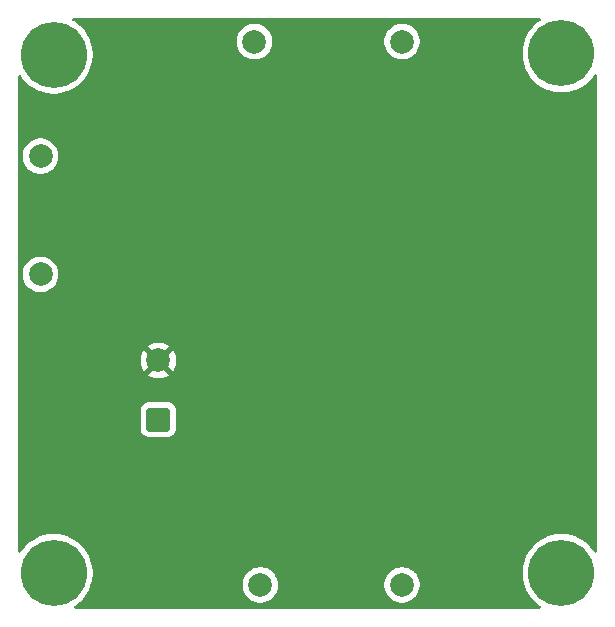
<source format=gbl>
%TF.GenerationSoftware,KiCad,Pcbnew,9.0.4*%
%TF.CreationDate,2025-09-17T14:50:29+08:00*%
%TF.ProjectId,YUV Circuit,59555620-4369-4726-9375-69742e6b6963,rev?*%
%TF.SameCoordinates,Original*%
%TF.FileFunction,Copper,L2,Bot*%
%TF.FilePolarity,Positive*%
%FSLAX46Y46*%
G04 Gerber Fmt 4.6, Leading zero omitted, Abs format (unit mm)*
G04 Created by KiCad (PCBNEW 9.0.4) date 2025-09-17 14:50:29*
%MOMM*%
%LPD*%
G01*
G04 APERTURE LIST*
G04 Aperture macros list*
%AMRoundRect*
0 Rectangle with rounded corners*
0 $1 Rounding radius*
0 $2 $3 $4 $5 $6 $7 $8 $9 X,Y pos of 4 corners*
0 Add a 4 corners polygon primitive as box body*
4,1,4,$2,$3,$4,$5,$6,$7,$8,$9,$2,$3,0*
0 Add four circle primitives for the rounded corners*
1,1,$1+$1,$2,$3*
1,1,$1+$1,$4,$5*
1,1,$1+$1,$6,$7*
1,1,$1+$1,$8,$9*
0 Add four rect primitives between the rounded corners*
20,1,$1+$1,$2,$3,$4,$5,0*
20,1,$1+$1,$4,$5,$6,$7,0*
20,1,$1+$1,$6,$7,$8,$9,0*
20,1,$1+$1,$8,$9,$2,$3,0*%
G04 Aperture macros list end*
%TA.AperFunction,ComponentPad*%
%ADD10C,5.600000*%
%TD*%
%TA.AperFunction,ComponentPad*%
%ADD11C,2.000000*%
%TD*%
%TA.AperFunction,ComponentPad*%
%ADD12RoundRect,0.250000X0.750000X-0.750000X0.750000X0.750000X-0.750000X0.750000X-0.750000X-0.750000X0*%
%TD*%
%TA.AperFunction,ViaPad*%
%ADD13C,0.600000*%
%TD*%
G04 APERTURE END LIST*
D10*
%TO.P,REF\u002A\u002A,1*%
%TO.N,N/C*%
X196000000Y-134000000D03*
%TD*%
%TO.P,REF\u002A\u002A,1*%
%TO.N,N/C*%
X153000000Y-134000000D03*
%TD*%
%TO.P,REF\u002A\u002A,1*%
%TO.N,N/C*%
X196000000Y-90000000D03*
%TD*%
%TO.P,REF\u002A\u002A,1*%
%TO.N,N/C*%
X153000000Y-90100000D03*
%TD*%
D11*
%TO.P,Y2,1,1*%
%TO.N,Net-(CY1-Pad2)*%
X151900000Y-98700000D03*
%TD*%
%TO.P,R-Y1,1,1*%
%TO.N,Net-(CR4-Pad2)*%
X182500000Y-89000000D03*
%TD*%
%TO.P,PR1,1,1*%
%TO.N,/PR*%
X182500000Y-135000000D03*
%TD*%
%TO.P,B-Y1,1,1*%
%TO.N,Net-(B-Y1-Pad1)*%
X170000000Y-89000000D03*
%TD*%
%TO.P,PB1,1,1*%
%TO.N,/PB*%
X170500000Y-135000000D03*
%TD*%
%TO.P,Y1,1,1*%
%TO.N,/Y*%
X151900000Y-108700000D03*
%TD*%
D12*
%TO.P,C81,1*%
%TO.N,Net-(QB2-C)*%
X161867677Y-121000000D03*
D11*
%TO.P,C81,2*%
%TO.N,GNDPWR*%
X161867677Y-116000000D03*
%TD*%
D13*
%TO.N,GNDPWR*%
X181200000Y-87700000D03*
X183800000Y-87700000D03*
X183800000Y-90300000D03*
X181200000Y-90300000D03*
X168700000Y-87700000D03*
X171300000Y-87700000D03*
X171300000Y-90300000D03*
X168700000Y-90300000D03*
X181200000Y-136300000D03*
X183800000Y-136300000D03*
X183800000Y-133700000D03*
X181200000Y-133700000D03*
X171800000Y-136300000D03*
X169200000Y-136300000D03*
X171800000Y-133700000D03*
X169200000Y-133700000D03*
X150600000Y-100000000D03*
X153200000Y-100000000D03*
X153200000Y-97400000D03*
X150600000Y-97400000D03*
X150600000Y-110000000D03*
X153200000Y-110000000D03*
X153200000Y-107400000D03*
X150600000Y-107400000D03*
X155400000Y-101200000D03*
X156900000Y-102700000D03*
X150500000Y-120000000D03*
X188500000Y-117500000D03*
X188500000Y-100500000D03*
X176500000Y-94500000D03*
X152000000Y-121500000D03*
X189000000Y-105500000D03*
X176000000Y-100000000D03*
X168000000Y-127000000D03*
X166500000Y-128500000D03*
X177500000Y-132000000D03*
X177500000Y-116500000D03*
X176500000Y-91500000D03*
X176500000Y-107500000D03*
X150875000Y-118875000D03*
X152000000Y-118500000D03*
X153000000Y-121000000D03*
X190000000Y-103000000D03*
X189000000Y-94500000D03*
X190000000Y-99500000D03*
X153500000Y-120000000D03*
X176500000Y-104000000D03*
X190000000Y-93000000D03*
X177500000Y-99000000D03*
X190000000Y-116500000D03*
X189000000Y-102000000D03*
X176000000Y-133000000D03*
X177500000Y-103000000D03*
X184500000Y-132500000D03*
X189000000Y-104000000D03*
X176500000Y-102000000D03*
X189000000Y-107500000D03*
X177500000Y-111000000D03*
X153125000Y-118875000D03*
X172500000Y-132500000D03*
X176500000Y-105500000D03*
X190000000Y-106500000D03*
X188500000Y-112500000D03*
X190000000Y-111500000D03*
X186500000Y-132000000D03*
X151000000Y-121000000D03*
X165000000Y-127000000D03*
X176000000Y-112000000D03*
X172500000Y-129500000D03*
X188000000Y-133000000D03*
X176000000Y-117500000D03*
X185500000Y-131000000D03*
X177500000Y-106500000D03*
%TD*%
%TA.AperFunction,Conductor*%
%TO.N,GNDPWR*%
G36*
X194206593Y-87020185D02*
G01*
X194252348Y-87072989D01*
X194262292Y-87142147D01*
X194233267Y-87205703D01*
X194208445Y-87227602D01*
X194031532Y-87345811D01*
X194031518Y-87345821D01*
X193780841Y-87551546D01*
X193551546Y-87780841D01*
X193345821Y-88031518D01*
X193345811Y-88031532D01*
X193165657Y-88301151D01*
X193165646Y-88301169D01*
X193012788Y-88587145D01*
X193012786Y-88587150D01*
X192888686Y-88886752D01*
X192794548Y-89197086D01*
X192794545Y-89197097D01*
X192731287Y-89515125D01*
X192731284Y-89515142D01*
X192699500Y-89837860D01*
X192699500Y-90162139D01*
X192731284Y-90484857D01*
X192731287Y-90484874D01*
X192794545Y-90802902D01*
X192794548Y-90802913D01*
X192888686Y-91113247D01*
X193012786Y-91412849D01*
X193012788Y-91412854D01*
X193165646Y-91698830D01*
X193165657Y-91698848D01*
X193345811Y-91968467D01*
X193345821Y-91968481D01*
X193551546Y-92219158D01*
X193780841Y-92448453D01*
X193780846Y-92448457D01*
X193780847Y-92448458D01*
X194031524Y-92654183D01*
X194301158Y-92834347D01*
X194301167Y-92834352D01*
X194301169Y-92834353D01*
X194587145Y-92987211D01*
X194587147Y-92987211D01*
X194587153Y-92987215D01*
X194886754Y-93111314D01*
X195197077Y-93205449D01*
X195197083Y-93205450D01*
X195197086Y-93205451D01*
X195197097Y-93205454D01*
X195396528Y-93245122D01*
X195515132Y-93268714D01*
X195837857Y-93300500D01*
X195837860Y-93300500D01*
X196162140Y-93300500D01*
X196162143Y-93300500D01*
X196484868Y-93268714D01*
X196642295Y-93237399D01*
X196802902Y-93205454D01*
X196802913Y-93205451D01*
X196802913Y-93205450D01*
X196802923Y-93205449D01*
X197113246Y-93111314D01*
X197412847Y-92987215D01*
X197698842Y-92834347D01*
X197968476Y-92654183D01*
X198219153Y-92448458D01*
X198448458Y-92219153D01*
X198654183Y-91968476D01*
X198772398Y-91791554D01*
X198826010Y-91746749D01*
X198895335Y-91738042D01*
X198958362Y-91768196D01*
X198995082Y-91827639D01*
X198999500Y-91860445D01*
X198999500Y-132139554D01*
X198979815Y-132206593D01*
X198927011Y-132252348D01*
X198857853Y-132262292D01*
X198794297Y-132233267D01*
X198772398Y-132208445D01*
X198654188Y-132031532D01*
X198654183Y-132031524D01*
X198448458Y-131780847D01*
X198448457Y-131780846D01*
X198448453Y-131780841D01*
X198219158Y-131551546D01*
X197968481Y-131345821D01*
X197968480Y-131345820D01*
X197968476Y-131345817D01*
X197698842Y-131165653D01*
X197698837Y-131165650D01*
X197698830Y-131165646D01*
X197412854Y-131012788D01*
X197412849Y-131012786D01*
X197113247Y-130888686D01*
X196802913Y-130794548D01*
X196802902Y-130794545D01*
X196484874Y-130731287D01*
X196484857Y-130731284D01*
X196240812Y-130707248D01*
X196162143Y-130699500D01*
X195837857Y-130699500D01*
X195765099Y-130706666D01*
X195515142Y-130731284D01*
X195515125Y-130731287D01*
X195197097Y-130794545D01*
X195197086Y-130794548D01*
X194886752Y-130888686D01*
X194587150Y-131012786D01*
X194587145Y-131012788D01*
X194301169Y-131165646D01*
X194301151Y-131165657D01*
X194031532Y-131345811D01*
X194031518Y-131345821D01*
X193780841Y-131551546D01*
X193551546Y-131780841D01*
X193345821Y-132031518D01*
X193345811Y-132031532D01*
X193165657Y-132301151D01*
X193165646Y-132301169D01*
X193012788Y-132587145D01*
X193012786Y-132587150D01*
X192888686Y-132886752D01*
X192794548Y-133197086D01*
X192794545Y-133197097D01*
X192731287Y-133515125D01*
X192731284Y-133515142D01*
X192699500Y-133837860D01*
X192699500Y-134162139D01*
X192731284Y-134484857D01*
X192731287Y-134484874D01*
X192794545Y-134802902D01*
X192794548Y-134802913D01*
X192794550Y-134802922D01*
X192794551Y-134802923D01*
X192888686Y-135113246D01*
X192987320Y-135351368D01*
X193012786Y-135412849D01*
X193012788Y-135412854D01*
X193165646Y-135698830D01*
X193165657Y-135698848D01*
X193345811Y-135968467D01*
X193345821Y-135968481D01*
X193551546Y-136219158D01*
X193780841Y-136448453D01*
X193780846Y-136448457D01*
X193780847Y-136448458D01*
X194031524Y-136654183D01*
X194208445Y-136772398D01*
X194253250Y-136826010D01*
X194261957Y-136895335D01*
X194231803Y-136958362D01*
X194172360Y-136995082D01*
X194139554Y-136999500D01*
X154860446Y-136999500D01*
X154793407Y-136979815D01*
X154747652Y-136927011D01*
X154737708Y-136857853D01*
X154766733Y-136794297D01*
X154791555Y-136772398D01*
X154968476Y-136654183D01*
X155219153Y-136448458D01*
X155448458Y-136219153D01*
X155654183Y-135968476D01*
X155834347Y-135698842D01*
X155987215Y-135412847D01*
X156111314Y-135113246D01*
X156181491Y-134881902D01*
X168999500Y-134881902D01*
X168999500Y-135118097D01*
X169036446Y-135351368D01*
X169109433Y-135575996D01*
X169206619Y-135766732D01*
X169216657Y-135786433D01*
X169355483Y-135977510D01*
X169522490Y-136144517D01*
X169713567Y-136283343D01*
X169812991Y-136334002D01*
X169924003Y-136390566D01*
X169924005Y-136390566D01*
X169924008Y-136390568D01*
X170044412Y-136429689D01*
X170148631Y-136463553D01*
X170381903Y-136500500D01*
X170381908Y-136500500D01*
X170618097Y-136500500D01*
X170851368Y-136463553D01*
X170897825Y-136448458D01*
X171075992Y-136390568D01*
X171286433Y-136283343D01*
X171477510Y-136144517D01*
X171644517Y-135977510D01*
X171783343Y-135786433D01*
X171890568Y-135575992D01*
X171963553Y-135351368D01*
X172000500Y-135118097D01*
X172000500Y-134881902D01*
X180999500Y-134881902D01*
X180999500Y-135118097D01*
X181036446Y-135351368D01*
X181109433Y-135575996D01*
X181206619Y-135766732D01*
X181216657Y-135786433D01*
X181355483Y-135977510D01*
X181522490Y-136144517D01*
X181713567Y-136283343D01*
X181812991Y-136334002D01*
X181924003Y-136390566D01*
X181924005Y-136390566D01*
X181924008Y-136390568D01*
X182044412Y-136429689D01*
X182148631Y-136463553D01*
X182381903Y-136500500D01*
X182381908Y-136500500D01*
X182618097Y-136500500D01*
X182851368Y-136463553D01*
X182897825Y-136448458D01*
X183075992Y-136390568D01*
X183286433Y-136283343D01*
X183477510Y-136144517D01*
X183644517Y-135977510D01*
X183783343Y-135786433D01*
X183890568Y-135575992D01*
X183963553Y-135351368D01*
X184000500Y-135118097D01*
X184000500Y-134881902D01*
X183963553Y-134648631D01*
X183929689Y-134544412D01*
X183890568Y-134424008D01*
X183890566Y-134424005D01*
X183890566Y-134424003D01*
X183783342Y-134213566D01*
X183745978Y-134162139D01*
X183644517Y-134022490D01*
X183477510Y-133855483D01*
X183286433Y-133716657D01*
X183075996Y-133609433D01*
X182851368Y-133536446D01*
X182618097Y-133499500D01*
X182618092Y-133499500D01*
X182381908Y-133499500D01*
X182381903Y-133499500D01*
X182148631Y-133536446D01*
X181924003Y-133609433D01*
X181713566Y-133716657D01*
X181604550Y-133795862D01*
X181522490Y-133855483D01*
X181522488Y-133855485D01*
X181522487Y-133855485D01*
X181355485Y-134022487D01*
X181355485Y-134022488D01*
X181355483Y-134022490D01*
X181295862Y-134104550D01*
X181216657Y-134213566D01*
X181109433Y-134424003D01*
X181036446Y-134648631D01*
X180999500Y-134881902D01*
X172000500Y-134881902D01*
X171963553Y-134648631D01*
X171929689Y-134544412D01*
X171890568Y-134424008D01*
X171890566Y-134424005D01*
X171890566Y-134424003D01*
X171783342Y-134213566D01*
X171745978Y-134162139D01*
X171644517Y-134022490D01*
X171477510Y-133855483D01*
X171286433Y-133716657D01*
X171075996Y-133609433D01*
X170851368Y-133536446D01*
X170618097Y-133499500D01*
X170618092Y-133499500D01*
X170381908Y-133499500D01*
X170381903Y-133499500D01*
X170148631Y-133536446D01*
X169924003Y-133609433D01*
X169713566Y-133716657D01*
X169604550Y-133795862D01*
X169522490Y-133855483D01*
X169522488Y-133855485D01*
X169522487Y-133855485D01*
X169355485Y-134022487D01*
X169355485Y-134022488D01*
X169355483Y-134022490D01*
X169295862Y-134104550D01*
X169216657Y-134213566D01*
X169109433Y-134424003D01*
X169036446Y-134648631D01*
X168999500Y-134881902D01*
X156181491Y-134881902D01*
X156205449Y-134802923D01*
X156205451Y-134802913D01*
X156205454Y-134802902D01*
X156237399Y-134642295D01*
X156268714Y-134484868D01*
X156300500Y-134162143D01*
X156300500Y-133837857D01*
X156268714Y-133515132D01*
X156245122Y-133396528D01*
X156205454Y-133197097D01*
X156205451Y-133197086D01*
X156205450Y-133197083D01*
X156205449Y-133197077D01*
X156111314Y-132886754D01*
X155987215Y-132587153D01*
X155834347Y-132301158D01*
X155654183Y-132031524D01*
X155448458Y-131780847D01*
X155448457Y-131780846D01*
X155448453Y-131780841D01*
X155219158Y-131551546D01*
X154968481Y-131345821D01*
X154968480Y-131345820D01*
X154968476Y-131345817D01*
X154698842Y-131165653D01*
X154698837Y-131165650D01*
X154698830Y-131165646D01*
X154412854Y-131012788D01*
X154412849Y-131012786D01*
X154113247Y-130888686D01*
X153802913Y-130794548D01*
X153802902Y-130794545D01*
X153484874Y-130731287D01*
X153484857Y-130731284D01*
X153240812Y-130707248D01*
X153162143Y-130699500D01*
X152837857Y-130699500D01*
X152765099Y-130706666D01*
X152515142Y-130731284D01*
X152515125Y-130731287D01*
X152197097Y-130794545D01*
X152197086Y-130794548D01*
X151886752Y-130888686D01*
X151587150Y-131012786D01*
X151587145Y-131012788D01*
X151301169Y-131165646D01*
X151301151Y-131165657D01*
X151031532Y-131345811D01*
X151031518Y-131345821D01*
X150780841Y-131551546D01*
X150551546Y-131780841D01*
X150345821Y-132031518D01*
X150345811Y-132031532D01*
X150227602Y-132208445D01*
X150173990Y-132253250D01*
X150104665Y-132261957D01*
X150041638Y-132231803D01*
X150004918Y-132172360D01*
X150000500Y-132139554D01*
X150000500Y-120199983D01*
X160367177Y-120199983D01*
X160367177Y-121800001D01*
X160367178Y-121800018D01*
X160377677Y-121902796D01*
X160377678Y-121902799D01*
X160432862Y-122069331D01*
X160432863Y-122069334D01*
X160524965Y-122218656D01*
X160649021Y-122342712D01*
X160798343Y-122434814D01*
X160964880Y-122489999D01*
X161067668Y-122500500D01*
X162667685Y-122500499D01*
X162770474Y-122489999D01*
X162937011Y-122434814D01*
X163086333Y-122342712D01*
X163210389Y-122218656D01*
X163302491Y-122069334D01*
X163357676Y-121902797D01*
X163368177Y-121800009D01*
X163368176Y-120199992D01*
X163357676Y-120097203D01*
X163302491Y-119930666D01*
X163210389Y-119781344D01*
X163086333Y-119657288D01*
X162937011Y-119565186D01*
X162770474Y-119510001D01*
X162770472Y-119510000D01*
X162667687Y-119499500D01*
X161067675Y-119499500D01*
X161067658Y-119499501D01*
X160964880Y-119510000D01*
X160964877Y-119510001D01*
X160798345Y-119565185D01*
X160798340Y-119565187D01*
X160649019Y-119657289D01*
X160524966Y-119781342D01*
X160432864Y-119930663D01*
X160432863Y-119930666D01*
X160377678Y-120097203D01*
X160377678Y-120097204D01*
X160377677Y-120097204D01*
X160367177Y-120199983D01*
X150000500Y-120199983D01*
X150000500Y-115881947D01*
X160367677Y-115881947D01*
X160367677Y-116118052D01*
X160404611Y-116351247D01*
X160477574Y-116575802D01*
X160584764Y-116786174D01*
X160645015Y-116869104D01*
X160645017Y-116869105D01*
X161384714Y-116129408D01*
X161401752Y-116192993D01*
X161467578Y-116307007D01*
X161560670Y-116400099D01*
X161674684Y-116465925D01*
X161738267Y-116482962D01*
X160998570Y-117222658D01*
X161081505Y-117282914D01*
X161291874Y-117390102D01*
X161516429Y-117463065D01*
X161516428Y-117463065D01*
X161749625Y-117500000D01*
X161985729Y-117500000D01*
X162218924Y-117463065D01*
X162443479Y-117390102D01*
X162653840Y-117282918D01*
X162653846Y-117282914D01*
X162736781Y-117222658D01*
X162736782Y-117222658D01*
X161997085Y-116482962D01*
X162060670Y-116465925D01*
X162174684Y-116400099D01*
X162267776Y-116307007D01*
X162333602Y-116192993D01*
X162350639Y-116129408D01*
X163090335Y-116869105D01*
X163090335Y-116869104D01*
X163150591Y-116786169D01*
X163150595Y-116786163D01*
X163257779Y-116575802D01*
X163330742Y-116351247D01*
X163367677Y-116118052D01*
X163367677Y-115881947D01*
X163330742Y-115648752D01*
X163257779Y-115424197D01*
X163150591Y-115213828D01*
X163090335Y-115130894D01*
X163090335Y-115130893D01*
X162350639Y-115870590D01*
X162333602Y-115807007D01*
X162267776Y-115692993D01*
X162174684Y-115599901D01*
X162060670Y-115534075D01*
X161997086Y-115517037D01*
X162736782Y-114777340D01*
X162736781Y-114777338D01*
X162653851Y-114717087D01*
X162443479Y-114609897D01*
X162218924Y-114536934D01*
X162218925Y-114536934D01*
X161985729Y-114500000D01*
X161749625Y-114500000D01*
X161516429Y-114536934D01*
X161291874Y-114609897D01*
X161081507Y-114717084D01*
X160998571Y-114777340D01*
X161738268Y-115517037D01*
X161674684Y-115534075D01*
X161560670Y-115599901D01*
X161467578Y-115692993D01*
X161401752Y-115807007D01*
X161384714Y-115870591D01*
X160645017Y-115130894D01*
X160584761Y-115213830D01*
X160477574Y-115424197D01*
X160404611Y-115648752D01*
X160367677Y-115881947D01*
X150000500Y-115881947D01*
X150000500Y-108581902D01*
X150399500Y-108581902D01*
X150399500Y-108818097D01*
X150436446Y-109051368D01*
X150509433Y-109275996D01*
X150616657Y-109486433D01*
X150755483Y-109677510D01*
X150922490Y-109844517D01*
X151113567Y-109983343D01*
X151212991Y-110034002D01*
X151324003Y-110090566D01*
X151324005Y-110090566D01*
X151324008Y-110090568D01*
X151444412Y-110129689D01*
X151548631Y-110163553D01*
X151781903Y-110200500D01*
X151781908Y-110200500D01*
X152018097Y-110200500D01*
X152251368Y-110163553D01*
X152475992Y-110090568D01*
X152686433Y-109983343D01*
X152877510Y-109844517D01*
X153044517Y-109677510D01*
X153183343Y-109486433D01*
X153290568Y-109275992D01*
X153363553Y-109051368D01*
X153400500Y-108818097D01*
X153400500Y-108581902D01*
X153363553Y-108348631D01*
X153290566Y-108124003D01*
X153183342Y-107913566D01*
X153044517Y-107722490D01*
X152877510Y-107555483D01*
X152686433Y-107416657D01*
X152475996Y-107309433D01*
X152251368Y-107236446D01*
X152018097Y-107199500D01*
X152018092Y-107199500D01*
X151781908Y-107199500D01*
X151781903Y-107199500D01*
X151548631Y-107236446D01*
X151324003Y-107309433D01*
X151113566Y-107416657D01*
X151004550Y-107495862D01*
X150922490Y-107555483D01*
X150922488Y-107555485D01*
X150922487Y-107555485D01*
X150755485Y-107722487D01*
X150755485Y-107722488D01*
X150755483Y-107722490D01*
X150695862Y-107804550D01*
X150616657Y-107913566D01*
X150509433Y-108124003D01*
X150436446Y-108348631D01*
X150399500Y-108581902D01*
X150000500Y-108581902D01*
X150000500Y-98581902D01*
X150399500Y-98581902D01*
X150399500Y-98818097D01*
X150436446Y-99051368D01*
X150509433Y-99275996D01*
X150616657Y-99486433D01*
X150755483Y-99677510D01*
X150922490Y-99844517D01*
X151113567Y-99983343D01*
X151212991Y-100034002D01*
X151324003Y-100090566D01*
X151324005Y-100090566D01*
X151324008Y-100090568D01*
X151444412Y-100129689D01*
X151548631Y-100163553D01*
X151781903Y-100200500D01*
X151781908Y-100200500D01*
X152018097Y-100200500D01*
X152251368Y-100163553D01*
X152475992Y-100090568D01*
X152686433Y-99983343D01*
X152877510Y-99844517D01*
X153044517Y-99677510D01*
X153183343Y-99486433D01*
X153290568Y-99275992D01*
X153363553Y-99051368D01*
X153400500Y-98818097D01*
X153400500Y-98581902D01*
X153363553Y-98348631D01*
X153290566Y-98124003D01*
X153183342Y-97913566D01*
X153044517Y-97722490D01*
X152877510Y-97555483D01*
X152686433Y-97416657D01*
X152475996Y-97309433D01*
X152251368Y-97236446D01*
X152018097Y-97199500D01*
X152018092Y-97199500D01*
X151781908Y-97199500D01*
X151781903Y-97199500D01*
X151548631Y-97236446D01*
X151324003Y-97309433D01*
X151113566Y-97416657D01*
X151004550Y-97495862D01*
X150922490Y-97555483D01*
X150922488Y-97555485D01*
X150922487Y-97555485D01*
X150755485Y-97722487D01*
X150755485Y-97722488D01*
X150755483Y-97722490D01*
X150695862Y-97804550D01*
X150616657Y-97913566D01*
X150509433Y-98124003D01*
X150436446Y-98348631D01*
X150399500Y-98581902D01*
X150000500Y-98581902D01*
X150000500Y-91960445D01*
X150020185Y-91893406D01*
X150072989Y-91847651D01*
X150142147Y-91837707D01*
X150205703Y-91866732D01*
X150227602Y-91891555D01*
X150345804Y-92068458D01*
X150345821Y-92068481D01*
X150551546Y-92319158D01*
X150780841Y-92548453D01*
X150780846Y-92548457D01*
X150780847Y-92548458D01*
X151031524Y-92754183D01*
X151301158Y-92934347D01*
X151301167Y-92934352D01*
X151301169Y-92934353D01*
X151587145Y-93087211D01*
X151587147Y-93087211D01*
X151587153Y-93087215D01*
X151886754Y-93211314D01*
X152197077Y-93305449D01*
X152197083Y-93305450D01*
X152197086Y-93305451D01*
X152197097Y-93305454D01*
X152396528Y-93345122D01*
X152515132Y-93368714D01*
X152837857Y-93400500D01*
X152837860Y-93400500D01*
X153162140Y-93400500D01*
X153162143Y-93400500D01*
X153484868Y-93368714D01*
X153642295Y-93337399D01*
X153802902Y-93305454D01*
X153802913Y-93305451D01*
X153802913Y-93305450D01*
X153802923Y-93305449D01*
X154113246Y-93211314D01*
X154412847Y-93087215D01*
X154698842Y-92934347D01*
X154968476Y-92754183D01*
X155219153Y-92548458D01*
X155448458Y-92319153D01*
X155654183Y-92068476D01*
X155834347Y-91798842D01*
X155987215Y-91512847D01*
X156111314Y-91213246D01*
X156205449Y-90902923D01*
X156205451Y-90902913D01*
X156205454Y-90902902D01*
X156237399Y-90742295D01*
X156268714Y-90584868D01*
X156300500Y-90262143D01*
X156300500Y-89937857D01*
X156268714Y-89615132D01*
X156245122Y-89496528D01*
X156205454Y-89297097D01*
X156205451Y-89297086D01*
X156205450Y-89297083D01*
X156205449Y-89297077D01*
X156111314Y-88986754D01*
X156067885Y-88881908D01*
X156067883Y-88881902D01*
X168499500Y-88881902D01*
X168499500Y-89118097D01*
X168536446Y-89351368D01*
X168609433Y-89575996D01*
X168716657Y-89786433D01*
X168855483Y-89977510D01*
X169022490Y-90144517D01*
X169213567Y-90283343D01*
X169312991Y-90334002D01*
X169424003Y-90390566D01*
X169424005Y-90390566D01*
X169424008Y-90390568D01*
X169544412Y-90429689D01*
X169648631Y-90463553D01*
X169881903Y-90500500D01*
X169881908Y-90500500D01*
X170118097Y-90500500D01*
X170351368Y-90463553D01*
X170575992Y-90390568D01*
X170786433Y-90283343D01*
X170977510Y-90144517D01*
X171144517Y-89977510D01*
X171283343Y-89786433D01*
X171390568Y-89575992D01*
X171463553Y-89351368D01*
X171472149Y-89297097D01*
X171500500Y-89118097D01*
X171500500Y-88881902D01*
X180999500Y-88881902D01*
X180999500Y-89118097D01*
X181036446Y-89351368D01*
X181109433Y-89575996D01*
X181216657Y-89786433D01*
X181355483Y-89977510D01*
X181522490Y-90144517D01*
X181713567Y-90283343D01*
X181812991Y-90334002D01*
X181924003Y-90390566D01*
X181924005Y-90390566D01*
X181924008Y-90390568D01*
X182044412Y-90429689D01*
X182148631Y-90463553D01*
X182381903Y-90500500D01*
X182381908Y-90500500D01*
X182618097Y-90500500D01*
X182851368Y-90463553D01*
X183075992Y-90390568D01*
X183286433Y-90283343D01*
X183477510Y-90144517D01*
X183644517Y-89977510D01*
X183783343Y-89786433D01*
X183890568Y-89575992D01*
X183963553Y-89351368D01*
X183972149Y-89297097D01*
X184000500Y-89118097D01*
X184000500Y-88881902D01*
X183963553Y-88648631D01*
X183890566Y-88424003D01*
X183827969Y-88301151D01*
X183783343Y-88213567D01*
X183644517Y-88022490D01*
X183477510Y-87855483D01*
X183286433Y-87716657D01*
X183075996Y-87609433D01*
X182851368Y-87536446D01*
X182618097Y-87499500D01*
X182618092Y-87499500D01*
X182381908Y-87499500D01*
X182381903Y-87499500D01*
X182148631Y-87536446D01*
X181924003Y-87609433D01*
X181713566Y-87716657D01*
X181625217Y-87780847D01*
X181522490Y-87855483D01*
X181522488Y-87855485D01*
X181522487Y-87855485D01*
X181355485Y-88022487D01*
X181355485Y-88022488D01*
X181355483Y-88022490D01*
X181348914Y-88031532D01*
X181216657Y-88213566D01*
X181109433Y-88424003D01*
X181036446Y-88648631D01*
X180999500Y-88881902D01*
X171500500Y-88881902D01*
X171463553Y-88648631D01*
X171390566Y-88424003D01*
X171327969Y-88301151D01*
X171283343Y-88213567D01*
X171144517Y-88022490D01*
X170977510Y-87855483D01*
X170786433Y-87716657D01*
X170575996Y-87609433D01*
X170351368Y-87536446D01*
X170118097Y-87499500D01*
X170118092Y-87499500D01*
X169881908Y-87499500D01*
X169881903Y-87499500D01*
X169648631Y-87536446D01*
X169424003Y-87609433D01*
X169213566Y-87716657D01*
X169125217Y-87780847D01*
X169022490Y-87855483D01*
X169022488Y-87855485D01*
X169022487Y-87855485D01*
X168855485Y-88022487D01*
X168855485Y-88022488D01*
X168855483Y-88022490D01*
X168848914Y-88031532D01*
X168716657Y-88213566D01*
X168609433Y-88424003D01*
X168536446Y-88648631D01*
X168499500Y-88881902D01*
X156067883Y-88881902D01*
X156048186Y-88834350D01*
X155987215Y-88687153D01*
X155966624Y-88648631D01*
X155834353Y-88401169D01*
X155834352Y-88401167D01*
X155834347Y-88401158D01*
X155654183Y-88131524D01*
X155448458Y-87880847D01*
X155448457Y-87880846D01*
X155448453Y-87880841D01*
X155219158Y-87651546D01*
X154968481Y-87445821D01*
X154968480Y-87445820D01*
X154968476Y-87445817D01*
X154698842Y-87265653D01*
X154698837Y-87265650D01*
X154698830Y-87265646D01*
X154639358Y-87233858D01*
X154589514Y-87184896D01*
X154574053Y-87116758D01*
X154597885Y-87051079D01*
X154653442Y-87008710D01*
X154697811Y-87000500D01*
X194139554Y-87000500D01*
X194206593Y-87020185D01*
G37*
%TD.AperFunction*%
%TD*%
M02*

</source>
